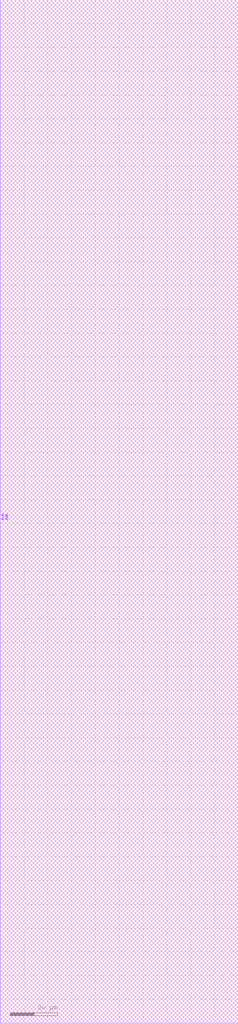
<source format=lef>
VERSION 5.6 ;
BUSBITCHARS "[]" ;
DIVIDERCHAR "/" ;

MACRO HM_100x400_4x4
  CLASS BLOCK ;
  FOREIGN HM_100x400_4x4 0 0 ;
  ORIGIN 0 0 ;
  SYMMETRY X Y ;
  SIZE 100 BY 430 ;
  PIN I1
    DIRECTION INPUT ;
    PORT
      LAYER metal3 ;
        RECT 0 210 0.140 210.070  ;
    END
  END I1
  PIN I2
    DIRECTION INPUT ;
    PORT
      LAYER metal3 ;
        RECT 0 210.280 0.140 210.350  ;
    END
  END I2 
  PIN I3
    DIRECTION INPUT ;
    PORT
      LAYER metal3 ;
        RECT 0 210.560 0.140 210.630  ;
    END
  END I3 
  PIN I4
    DIRECTION INPUT ;
    PORT
      LAYER metal3 ;
        RECT 0 210.840 0.140 210.910  ;
    END
  END I4 
  PIN O1 
    DIRECTION OUTPUT ;
    PORT
      LAYER metal3 ;
        RECT 99.860 210 100 210.070  ;
    END
  END O1 
  PIN O2 
    DIRECTION OUTPUT ;
    PORT
      LAYER metal3 ;
        RECT 99.860 210.280 100 210.350  ;
    END
  END O2 
  PIN O3 
    DIRECTION OUTPUT ;
    PORT
      LAYER metal3 ;
        RECT 99.860 210.560 100 210.630  ;
    END
  END O3 
  PIN O4 
    DIRECTION OUTPUT ;
    PORT
      LAYER metal3 ;
        RECT 99.860 210.840 100 210.910  ;
    END
  END O4
  OBS
      LAYER metal3 ;
        RECT 0 0 100 430 ;
  END
END HM_100x400_4x4 

MACRO HM_100x100_1x1
  CLASS BLOCK ;
  FOREIGN HM_100x100_1x1 0 0 ;
  ORIGIN 0 0 ;
  SYMMETRY X Y ;
  SIZE 100 BY 100 ;
  PIN I1
    DIRECTION INPUT ;
    PORT
      LAYER metal3 ;
        RECT 0 75 0.140 75.070  ;
    END
  END I1
  PIN O1 
    DIRECTION OUTPUT ;
    PORT
      LAYER metal3 ;
        RECT 99.860 75 100 75.070  ;
    END
  END O1 
  OBS
      LAYER metal3 ;
        RECT 0 0 100 100 ;
  END
END HM_100x100_1x1 

SITE DoubleHeightSite
  SYMMETRY X Y ;
  CLASS core ;
  SIZE 0.19 BY 2.8 ;
END DoubleHeightSite


SITE TripleHeightSite
  SYMMETRY Y ;
  CLASS core ;
  SIZE 0.19 BY 4.2 ;
END TripleHeightSite


SITE HybridG
 SYMMETRY X Y ;
 CLASS core ;
 SIZE 0.19 BY 1.4 ;
END HybridG

SITE HybridA
 SYMMETRY X Y ;
 CLASS core ;
 SIZE 0.19 BY 1.8 ;
END HybridA

SITE HybridAG
  SYMMETRY X Y ;
  CLASS core ;
  SIZE 0.19 BY 3.2 ;
  ROWPATTERN HybridA N HybridG FS ;
END HybridAG

SITE HybridAG2
  SYMMETRY X Y ;
  CLASS core ;
  SIZE 0.19 BY 3.2 ;
  ROWPATTERN HybridA FS HybridG N ;
END HybridAG2

SITE HybridGA
  SYMMETRY X Y ;
  CLASS core ;
  SIZE 0.19 BY 3.2 ;
  ROWPATTERN HybridG FS HybridA N ;
END HybridGA

MACRO MOCK_SINGLE
  CLASS CORE ;
  ORIGIN 0 0 ;
  FOREIGN AND2_X1 0 0 ;
  SIZE 0.76 BY 1.4 ;
  SYMMETRY X Y ;
  SITE FreePDK45_38x28_10R_NP_162NW_34O ;
  PIN A1 
  END A1
  PIN A2 
  END A2
  PIN ZN 
  END ZN
  PIN VDD 
  END VDD
  PIN VSS 
  END VSS
END MOCK_SINGLE

MACRO MOCK_DOUBLE
  CLASS CORE ;
  ORIGIN 0 0 ;
  FOREIGN AND2_X1 0 0 ;
  SIZE 0.76 BY 2.8 ;
  SYMMETRY X Y ;
  SITE DoubleHeightSite ;
  PIN A1 
  END A1
  PIN A2 
  END A2
  PIN ZN 
  END ZN
  PIN VDD 
  END VDD
  PIN VSS 
  END VSS
END MOCK_DOUBLE

MACRO MOCK_TRIPLE
  CLASS CORE ;
  ORIGIN 0 0 ;
  FOREIGN AND2_X1 0 0 ;
  SIZE 0.76 BY 4.2 ;
  SYMMETRY X Y ;
  SITE TripleHeightSite ;
  PIN A1 
  END A1
  PIN A2 
  END A2
  PIN ZN 
  END ZN
  PIN VDD 
  END VDD
  PIN VSS 
  END VSS
END MOCK_TRIPLE

MACRO MOCK_HYBRID_A
  CLASS CORE ;
  ORIGIN 0 0 ;
  SIZE 0.19 BY 1.8 ;
  SYMMETRY X Y ;
  SITE HybridA ;
  PIN A1 
  END A1
  PIN A2 
  END A2
  PIN ZN 
  END ZN
  PIN VDD 
  END VDD
  PIN VSS 
  END VSS
END MOCK_HYBRID_A

MACRO MOCK_HYBRID_G
  CLASS CORE ;
  ORIGIN 0 0 ;
  SIZE 0.19 BY 1.4 ;
  SYMMETRY X Y ;
  SITE HybridG ;
  PIN A1 
  END A1
  PIN A2 
  END A2
  PIN ZN 
  END ZN
  PIN VDD 
  END VDD
  PIN VSS 
  END VSS
END MOCK_HYBRID_G

MACRO MOCK_HYBRID_AG
  CLASS CORE ;
  ORIGIN 0 0 ;
  SIZE 0.19 BY 3.2 ;
  SYMMETRY X Y ;
  SITE HybridAG ;
  PIN A1 
  END A1
  PIN A2 
  END A2
  PIN ZN 
  END ZN
  PIN VDD 
  END VDD
  PIN VSS 
  END VSS
END MOCK_HYBRID_AG


MACRO MOCK_HYBRID_GA
  CLASS CORE ;
  ORIGIN 0 0 ;
  SIZE 0.19 BY 3.2 ;
  SYMMETRY X Y ;
  SITE HybridGA ;
  PIN A1 
  END A1
  PIN A2 
  END A2
  PIN ZN 
  END ZN
  PIN VDD 
  END VDD
  PIN VSS 
  END VSS
END MOCK_HYBRID_GA

</source>
